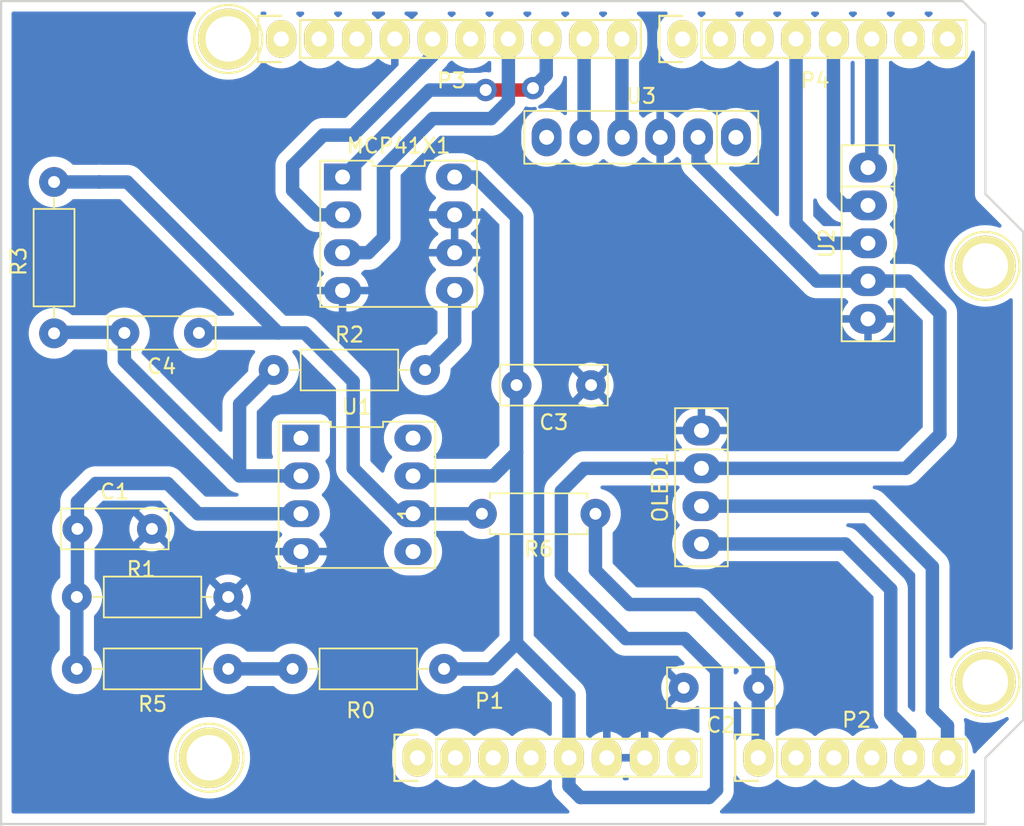
<source format=kicad_pcb>
(kicad_pcb (version 20211014) (generator pcbnew)
  (title_block (date "lun. 30 mars 2015"))
  (layers (0 "F.Cu" signal) (31 "B.Cu" signal) (34 "B.Paste" user) (35 "F.Paste" user) (36 "B.SilkS" user "B.Silkscreen") (37 "F.SilkS" user "F.Silkscreen") (38 "B.Mask" user) (39 "F.Mask" user) (44 "Edge.Cuts" user))
  (net 0 "")
  (net 1 "/IOREF")
  (net 2 "/Reset")
  (net 3 "+5V")
  (net 4 "/Vin")
  (net 5 "ADC")
  (net 6 "/A1")
  (net 7 "/A2")
  (net 8 "/A3")
  (net 9 "/AREF")
  (net 10 "SDA")
  (net 11 "SCK")
  (net 12 "TX")
  (net 13 "RX")
  (net 14 "CLK")
  (net 15 "R0W")
  (net 16 "RX_dig")
  (net 18 "DATA")
  (net 19 "SWITCH")
  (net 23 "+3V3")
  (net 24 "SCK_MCP")
  (net 26 "IN+")
  (net 27 "Net-(C4-Pad1)")
  (net 28 "IN-")
  (net 29 "Net-(R0-Pad2)")
  (net 35 "TX_dig")
  (net 36 "R0A")
  (net 37 "/1(Tx)")
  (net 38 "/0(Rx)")
  (net 39 "/5(**)")
  (net 40 "/12(MISO)")
  (net 41 "/7")
  (net 42 "/6(**)")
  (footprint "Socket_Arduino_Uno:Socket_Strip_Arduino_1x08" (layer "F.Cu") (at 138.938 123.825)
    (fp_text reference "P1" (at 4.826 -3.81) (layer "F.SilkS"))
    (fp_text value "Power")
    (fp_line (start 19.05 1.27) (end 19.05 -1.27) (layer "F.SilkS") (width 0.15))
    (fp_line (start 1.27 1.27) (end 19.05 1.27) (layer "F.SilkS") (width 0.15))
    (fp_line (start 19.05 -1.27) (end 1.27 -1.27) (layer "F.SilkS") (width 0.15))
    (fp_line (start 0 -1.55) (end -1.55 -1.55) (layer "F.SilkS") (width 0.15))
    (fp_line (start -1.55 -1.55) (end -1.55 1.55) (layer "F.SilkS") (width 0.15))
    (fp_line (start -1.55 1.55) (end 0 1.55) (layer "F.SilkS") (width 0.15))
    (fp_line (start 1.27 1.27) (end 1.27 -1.27) (layer "F.SilkS") (width 0.15))
    (pad "1" thru_hole oval locked (at 0 0) (size 2 2.54) (drill 1.016) (layers *.Cu *.Mask "F.SilkS"))
    (pad "2" thru_hole oval locked (at 2.54 0) (size 2 2.54) (drill 1.016) (layers *.Cu *.Mask "F.SilkS") (net 1 "/IOREF"))
    (pad "3" thru_hole oval locked (at 5.08 0) (size 2 2.54) (drill 1.016) (layers *.Cu *.Mask "F.SilkS") (net 2 "/Reset"))
    (pad "4" thru_hole oval locked (at 7.62 0) (size 2 2.54) (drill 1.016) (layers *.Cu *.Mask "F.SilkS") (net 23 "+3V3"))
    (pad "5" thru_hole oval locked (at 10.16 0) (size 2 2.54) (drill 1.016) (layers *.Cu *.Mask "F.SilkS") (net 3 "+5V"))
    (pad "6" thru_hole oval locked (at 12.7 0) (size 2 2.54) (drill 1.016) (layers *.Cu *.Mask "F.SilkS") (net 15 "R0W"))
    (pad "7" thru_hole oval locked (at 15.24 0) (size 2 2.54) (drill 1.016) (layers *.Cu *.Mask "F.SilkS") (net 15 "R0W"))
    (pad "8" thru_hole oval locked (at 17.78 0) (size 2 2.54) (drill 1.016) (layers *.Cu *.Mask "F.SilkS") (net 4 "/Vin"))
  )
  (footprint "Socket_Arduino_Uno:Socket_Strip_Arduino_1x06" (layer "F.Cu") (at 161.798 123.825)
    (fp_text reference "P2" (at 6.604 -2.54) (layer "F.SilkS"))
    (fp_text value "Analog")
    (fp_line (start 1.27 1.27) (end 1.27 -1.27) (layer "F.SilkS") (width 0.15))
    (fp_line (start 0 -1.55) (end -1.55 -1.55) (layer "F.SilkS") (width 0.15))
    (fp_line (start 13.97 -1.27) (end 1.27 -1.27) (layer "F.SilkS") (width 0.15))
    (fp_line (start 1.27 1.27) (end 13.97 1.27) (layer "F.SilkS") (width 0.15))
    (fp_line (start 13.97 1.27) (end 13.97 -1.27) (layer "F.SilkS") (width 0.15))
    (fp_line (start -1.55 -1.55) (end -1.55 1.55) (layer "F.SilkS") (width 0.15))
    (fp_line (start -1.55 1.55) (end 0 1.55) (layer "F.SilkS") (width 0.15))
    (pad "1" thru_hole oval locked (at 0 0) (size 2 2.54) (drill 1.016) (layers *.Cu *.Mask "F.SilkS") (net 5 "ADC"))
    (pad "2" thru_hole oval locked (at 2.54 0) (size 2 2.54) (drill 1.016) (layers *.Cu *.Mask "F.SilkS") (net 6 "/A1"))
    (pad "3" thru_hole oval locked (at 5.08 0) (size 2 2.54) (drill 1.016) (layers *.Cu *.Mask "F.SilkS") (net 7 "/A2"))
    (pad "4" thru_hole oval locked (at 7.62 0) (size 2 2.54) (drill 1.016) (layers *.Cu *.Mask "F.SilkS") (net 8 "/A3"))
    (pad "5" thru_hole oval locked (at 10.16 0) (size 2 2.54) (drill 1.016) (layers *.Cu *.Mask "F.SilkS") (net 10 "SDA"))
    (pad "6" thru_hole oval locked (at 12.7 0) (size 2 2.54) (drill 1.016) (layers *.Cu *.Mask "F.SilkS") (net 11 "SCK"))
  )
  (footprint "Socket_Arduino_Uno:Socket_Strip_Arduino_1x10" (layer "F.Cu") (at 129.794 75.565)
    (fp_text reference "P3" (at 11.43 2.794) (layer "F.SilkS"))
    (fp_text value "Digital")
    (fp_line (start -1.55 -1.55) (end -1.55 1.55) (layer "F.SilkS") (width 0.15))
    (fp_line (start 1.27 1.27) (end 24.13 1.27) (layer "F.SilkS") (width 0.15))
    (fp_line (start 24.13 1.27) (end 24.13 -1.27) (layer "F.SilkS") (width 0.15))
    (fp_line (start 24.13 -1.27) (end 1.27 -1.27) (layer "F.SilkS") (width 0.15))
    (fp_line (start 0 -1.55) (end -1.55 -1.55) (layer "F.SilkS") (width 0.15))
    (fp_line (start -1.55 1.55) (end 0 1.55) (layer "F.SilkS") (width 0.15))
    (fp_line (start 1.27 1.27) (end 1.27 -1.27) (layer "F.SilkS") (width 0.15))
    (pad "1" thru_hole oval locked (at 0 0) (size 2 2.54) (drill 1.016) (layers *.Cu *.Mask "F.SilkS") (net 11 "SCK"))
    (pad "2" thru_hole oval locked (at 2.54 0) (size 2 2.54) (drill 1.016) (layers *.Cu *.Mask "F.SilkS") (net 10 "SDA"))
    (pad "3" thru_hole oval locked (at 5.08 0) (size 2 2.54) (drill 1.016) (layers *.Cu *.Mask "F.SilkS") (net 9 "/AREF"))
    (pad "4" thru_hole oval locked (at 7.62 0) (size 2 2.54) (drill 1.016) (layers *.Cu *.Mask "F.SilkS") (net 15 "R0W"))
    (pad "5" thru_hole oval locked (at 10.16 0) (size 2 2.54) (drill 1.016) (layers *.Cu *.Mask "F.SilkS") (net 24 "SCK_MCP"))
    (pad "6" thru_hole oval locked (at 12.7 0) (size 2 2.54) (drill 1.016) (layers *.Cu *.Mask "F.SilkS") (net 40 "/12(MISO)"))
    (pad "7" thru_hole oval locked (at 15.24 0) (size 2 2.54) (drill 1.016) (layers *.Cu *.Mask "F.SilkS") (net 35 "TX_dig"))
    (pad "8" thru_hole oval locked (at 17.78 0) (size 2 2.54) (drill 1.016) (layers *.Cu *.Mask "F.SilkS") (net 16 "RX_dig"))
    (pad "9" thru_hole oval locked (at 20.32 0) (size 2 2.54) (drill 1.016) (layers *.Cu *.Mask "F.SilkS") (net 12 "TX"))
    (pad "10" thru_hole oval locked (at 22.86 0) (size 2 2.54) (drill 1.016) (layers *.Cu *.Mask "F.SilkS") (net 13 "RX"))
  )
  (footprint "Socket_Arduino_Uno:Socket_Strip_Arduino_1x08" (layer "F.Cu") (at 156.718 75.565)
    (fp_text reference "P4" (at 8.89 2.794) (layer "F.SilkS"))
    (fp_text value "Digital")
    (fp_line (start 19.05 -1.27) (end 1.27 -1.27) (layer "F.SilkS") (width 0.15))
    (fp_line (start -1.55 1.55) (end 0 1.55) (layer "F.SilkS") (width 0.15))
    (fp_line (start 1.27 1.27) (end 19.05 1.27) (layer "F.SilkS") (width 0.15))
    (fp_line (start 1.27 1.27) (end 1.27 -1.27) (layer "F.SilkS") (width 0.15))
    (fp_line (start 0 -1.55) (end -1.55 -1.55) (layer "F.SilkS") (width 0.15))
    (fp_line (start 19.05 1.27) (end 19.05 -1.27) (layer "F.SilkS") (width 0.15))
    (fp_line (start -1.55 -1.55) (end -1.55 1.55) (layer "F.SilkS") (width 0.15))
    (pad "1" thru_hole oval locked (at 0 0) (size 2 2.54) (drill 1.016) (layers *.Cu *.Mask "F.SilkS") (net 41 "/7"))
    (pad "2" thru_hole oval locked (at 2.54 0) (size 2 2.54) (drill 1.016) (layers *.Cu *.Mask "F.SilkS") (net 42 "/6(**)"))
    (pad "3" thru_hole oval locked (at 5.08 0) (size 2 2.54) (drill 1.016) (layers *.Cu *.Mask "F.SilkS") (net 39 "/5(**)"))
    (pad "4" thru_hole oval locked (at 7.62 0) (size 2 2.54) (drill 1.016) (layers *.Cu *.Mask "F.SilkS") (net 19 "SWITCH"))
    (pad "5" thru_hole oval locked (at 10.16 0) (size 2 2.54) (drill 1.016) (layers *.Cu *.Mask "F.SilkS") (net 18 "DATA"))
    (pad "6" thru_hole oval locked (at 12.7 0) (size 2 2.54) (drill 1.016) (layers *.Cu *.Mask "F.SilkS") (net 14 "CLK"))
    (pad "7" thru_hole oval locked (at 15.24 0) (size 2 2.54) (drill 1.016) (layers *.Cu *.Mask "F.SilkS") (net 37 "/1(Tx)"))
    (pad "8" thru_hole oval locked (at 17.78 0) (size 2 2.54) (drill 1.016) (layers *.Cu *.Mask "F.SilkS") (net 38 "/0(Rx)"))
  )
  (footprint "Socket_Arduino_Uno:Arduino_1pin" (layer "F.Cu") (at 124.968 123.825)
    (fp_text reference "P5" hide)
    (fp_text value "CONN_01X01" hide)
    (fp_circle (center 0 0) (end 0 -2.286) (layer "F.SilkS") (width 0.15) (fill none))
    (pad "1" thru_hole circle locked (at 0 0) (size 4.064 4.064) (drill 3.048) (layers *.Cu *.Mask "F.SilkS"))
  )
  (footprint "Socket_Arduino_Uno:Arduino_1pin" (layer "F.Cu") (at 177.038 118.745)
    (fp_text reference "P6" hide)
    (fp_text value "CONN_01X01" hide)
    (fp_circle (center 0 0) (end 0 -2.286) (layer "F.SilkS") (width 0.15) (fill none))
    (pad "1" thru_hole circle locked (at 0 0) (size 4.064 4.064) (drill 3.048) (layers *.Cu *.Mask "F.SilkS"))
  )
  (footprint "Socket_Arduino_Uno:Arduino_1pin" (layer "F.Cu") (at 126.238 75.565)
    (fp_text reference "P7" hide)
    (fp_text value "CONN_01X01" hide)
    (fp_circle (center 0 0) (end 0 -2.286) (layer "F.SilkS") (width 0.15) (fill none))
    (pad "1" thru_hole circle locked (at 0 0) (size 4.064 4.064) (drill 3.048) (layers *.Cu *.Mask "F.SilkS"))
  )
  (footprint "Socket_Arduino_Uno:Arduino_1pin" (layer "F.Cu") (at 177.038 90.805)
    (fp_text reference "P8" hide)
    (fp_text value "CONN_01X01" hide)
    (fp_circle (center 0 0) (end 0 -2.286) (layer "F.SilkS") (width 0.15) (fill none))
    (pad "1" thru_hole circle locked (at 0 0) (size 4.064 4.064) (drill 3.048) (layers *.Cu *.Mask "F.SilkS"))
  )
  (footprint "Capacitor_THT:C_Disc_D7.0mm_W2.5mm_P5.00mm" (layer "F.Cu") (at 150.582 98.806 180)
    (fp_text reference "C3" (at 2.5 -2.5) (layer "F.SilkS"))
    (fp_text value "100n")
    (fp_line (start -1.12 -1.37) (end 6.12 -1.37) (layer "F.SilkS") (width 0.12))
    (fp_line (start -1.12 -1.37) (end -1.12 1.37) (layer "F.SilkS") (width 0.12))
    (fp_line (start -1.12 1.37) (end 6.12 1.37) (layer "F.SilkS") (width 0.12))
    (fp_line (start 6.12 -1.37) (end 6.12 1.37) (layer "F.SilkS") (width 0.12))
    (pad "1" thru_hole circle (at 0 0 180) (size 2 2) (drill 0.8) (layers *.Cu *.Mask) (net 15 "R0W"))
    (pad "2" thru_hole circle (at 5 0 180) (size 2 2) (drill 0.8) (layers *.Cu *.Mask) (net 3 "+5V"))
  )
  (footprint "Capacitor_THT:C_Rect_L7.0mm_W2.0mm_P5.00mm" (layer "F.Cu") (at 124.27 95.3 180)
    (fp_text reference "C4" (at 2.5 -2.25) (layer "F.SilkS"))
    (fp_text value "1u")
    (fp_line (start 6.12 -1.12) (end 6.12 1.12) (layer "F.SilkS") (width 0.12))
    (fp_line (start -1.12 -1.12) (end -1.12 1.12) (layer "F.SilkS") (width 0.12))
    (fp_line (start -1.12 1.12) (end 6.12 1.12) (layer "F.SilkS") (width 0.12))
    (fp_line (start -1.12 -1.12) (end 6.12 -1.12) (layer "F.SilkS") (width 0.12))
    (pad "1" thru_hole circle (at 0 0 180) (size 2 2) (drill 0.8) (layers *.Cu *.Mask) (net 27 "Net-(C4-Pad1)"))
    (pad "2" thru_hole circle (at 5 0 180) (size 2 2) (drill 0.8) (layers *.Cu *.Mask) (net 28 "IN-"))
  )
  (footprint "Resistor_THT:R_Axial_DIN0207_L6.3mm_D2.5mm_P7.62mm_Horizontal" (layer "F.Cu") (at 150.876 107.442 180)
    (fp_text reference "R6" (at 3.81 -2.37) (layer "F.SilkS"))
    (fp_text value "1k")
    (fp_line (start 7.08 -1.37) (end 7.08 -1.04) (layer "F.SilkS") (width 0.12))
    (fp_line (start 0.54 1.37) (end 7.08 1.37) (layer "F.SilkS") (width 0.12))
    (fp_line (start 7.08 1.37) (end 7.08 1.04) (layer "F.SilkS") (width 0.12))
    (fp_line (start 0.54 -1.04) (end 0.54 -1.37) (layer "F.SilkS") (width 0.12))
    (fp_line (start 0.54 -1.37) (end 7.08 -1.37) (layer "F.SilkS") (width 0.12))
    (fp_line (start 0.54 1.04) (end 0.54 1.37) (layer "F.SilkS") (width 0.12))
    (pad "1" thru_hole circle (at 0 0 180) (size 2 2) (drill 0.8) (layers *.Cu *.Mask) (net 5 "ADC"))
    (pad "2" thru_hole circle (at 7.62 0 180) (size 2 2) (drill 0.8) (layers *.Cu *.Mask) (net 27 "Net-(C4-Pad1)"))
  )
  (footprint "Library_Projet_Graphite:OLED_0.91" (layer "F.Cu") (at 157.988 105.664 -90)
    (fp_text reference "OLED1" (at 0 2.77 90) (layer "F.SilkS"))
    (fp_text value "OLED_0.91")
    (fp_line (start 5.31 1.77) (end -5.31 1.77) (layer "F.SilkS") (width 0.12))
    (fp_line (start 5.31 -1.77) (end 5.31 1.77) (layer "F.SilkS") (width 0.12))
    (fp_line (start -5.31 -1.77) (end 5.31 -1.77) (layer "F.SilkS") (width 0.12))
    (fp_line (start -5.31 1.77) (end -5.31 -1.77) (layer "F.SilkS") (width 0.12))
    (fp_line (start -2.54 -1.77) (end -2.54 1.77) (layer "F.SilkS") (width 0.12))
    (pad "1" thru_hole oval (at -3.81 0 270) (size 2 2.54) (drill 1) (layers *.Cu *.Mask) (net 15 "R0W"))
    (pad "2" thru_hole oval (at -1.27 0 270) (size 2 2.54) (drill 1) (layers *.Cu *.Mask) (net 3 "+5V"))
    (pad "3" thru_hole oval (at 1.27 0 270) (size 2 2.54) (drill 1) (layers *.Cu *.Mask) (net 11 "SCK"))
    (pad "4" thru_hole oval (at 3.81 0 270) (size 2 2.54) (drill 1) (layers *.Cu *.Mask) (net 10 "SDA"))
  )
  (footprint "Library_Projet_Graphite:BT_HC05" (layer "F.Cu") (at 153.95 82.17 180)
    (fp_text reference "U3" (at 0 2.77) (layer "F.SilkS"))
    (fp_text value "BT_HC-05")
    (fp_line (start 7.85 1.77) (end -7.85 1.77) (layer "F.SilkS") (width 0.12))
    (fp_line (start -5.08 -1.77) (end -5.08 1.77) (layer "F.SilkS") (width 0.12))
    (fp_line (start -7.85 -1.77) (end 7.85 -1.77) (layer "F.SilkS") (width 0.12))
    (fp_line (start -7.85 1.77) (end -7.85 -1.77) (layer "F.SilkS") (width 0.12))
    (fp_line (start 7.85 -1.77) (end 7.85 1.77) (layer "F.SilkS") (width 0.12))
    (pad "1" thru_hole oval (at -6.35 0 180) (size 2 2.54) (drill 1) (layers *.Cu *.Mask))
    (pad "2" thru_hole oval (at -3.81 0 180) (size 2 2.54) (drill 1) (layers *.Cu *.Mask) (net 3 "+5V"))
    (pad "3" thru_hole oval (at -1.27 0 180) (size 2 2.54) (drill 1) (layers *.Cu *.Mask) (net 15 "R0W"))
    (pad "4" thru_hole oval (at 1.27 0 180) (size 2 2.54) (drill 1) (layers *.Cu *.Mask) (net 13 "RX"))
    (pad "5" thru_hole oval (at 3.81 0 180) (size 2 2.54) (drill 1) (layers *.Cu *.Mask) (net 12 "TX"))
    (pad "6" thru_hole oval (at 6.35 0 180) (size 2 2.54) (drill 1) (layers *.Cu *.Mask))
  )
  (footprint "Library_Projet_Graphite:KY_040" (layer "F.Cu") (at 169.164 89.281 -90)
    (fp_text reference "U2" (at 0 2.77 90) (layer "F.SilkS"))
    (fp_text value "KY-040")
    (fp_line (start 6.58 -1.77) (end 6.58 1.77) (layer "F.SilkS") (width 0.12))
    (fp_line (start 6.58 1.77) (end -6.58 1.77) (layer "F.SilkS") (width 0.12))
    (fp_line (start -6.58 1.77) (end -6.58 -1.77) (layer "F.SilkS") (width 0.12))
    (fp_line (start -3.81 -1.77) (end -3.81 1.77) (layer "F.SilkS") (width 0.12))
    (fp_line (start -6.58 -1.77) (end 6.58 -1.77) (layer "F.SilkS") (width 0.12))
    (pad "1" thru_hole oval (at -5.08 0 270) (size 2 2.54) (drill 1) (layers *.Cu *.Mask) (net 14 "CLK"))
    (pad "2" thru_hole oval (at -2.54 0 270) (size 2 2.54) (drill 1) (layers *.Cu *.Mask) (net 18 "DATA"))
    (pad "3" thru_hole oval (at 0 0 270) (size 2 2.54) (drill 1) (layers *.Cu *.Mask) (net 19 "SWITCH"))
    (pad "4" thru_hole oval (at 2.54 0 270) (size 2 2.54) (drill 1) (layers *.Cu *.Mask) (net 3 "+5V"))
    (pad "5" thru_hole oval (at 5.08 0 270) (size 2 2.54) (drill 1) (layers *.Cu *.Mask) (net 15 "R0W"))
  )
  (footprint "Capacitor_THT:C_Disc_D7.0mm_W2.5mm_P5.00mm" (layer "F.Cu") (at 116.118 108.458)
    (fp_text reference "C1" (at 2.5 -2.5) (layer "F.SilkS"))
    (fp_text value "100n")
    (fp_line (start 6.12 -1.37) (end 6.12 1.37) (layer "F.SilkS") (width 0.12))
    (fp_line (start -1.12 -1.37) (end 6.12 -1.37) (layer "F.SilkS") (width 0.12))
    (fp_line (start -1.12 1.37) (end 6.12 1.37) (layer "F.SilkS") (width 0.12))
    (fp_line (start -1.12 -1.37) (end -1.12 1.37) (layer "F.SilkS") (width 0.12))
    (pad "1" thru_hole circle (at 0 0) (size 2 2) (drill 0.8) (layers *.Cu *.Mask) (net 26 "IN+"))
    (pad "2" thru_hole circle (at 5 0) (size 2 2) (drill 0.8) (layers *.Cu *.Mask) (net 15 "R0W"))
  )
  (footprint "Capacitor_THT:C_Disc_D7.0mm_W2.5mm_P5.00mm" (layer "F.Cu") (at 161.798 119.126 180)
    (fp_text reference "C2" (at 2.5 -2.5 180) (layer "F.SilkS"))
    (fp_text value "100n")
    (fp_line (start -1.12 -1.37) (end -1.12 1.37) (layer "F.SilkS") (width 0.12))
    (fp_line (start -1.12 -1.37) (end 6.12 -1.37) (layer "F.SilkS") (width 0.12))
    (fp_line (start -1.12 1.37) (end 6.12 1.37) (layer "F.SilkS") (width 0.12))
    (fp_line (start 6.12 -1.37) (end 6.12 1.37) (layer "F.SilkS") (width 0.12))
    (pad "1" thru_hole circle (at 0 0 180) (size 2 2) (drill 0.8) (layers *.Cu *.Mask) (net 5 "ADC"))
    (pad "2" thru_hole circle (at 5 0 180) (size 2 2) (drill 0.8) (layers *.Cu *.Mask) (net 15 "R0W"))
  )
  (footprint "Library_Projet_Graphite:MCP41050" (layer "F.Cu") (at 137.668 88.646 -90)
    (fp_text reference "MCP41X1" (at -5.91 0) (layer "F.SilkS"))
    (fp_text value "MCP41X1")
    (fp_line (start -4.91 5.26) (end 4.91 5.26) (layer "F.SilkS") (width 0.12))
    (fp_line (start -4.55 -1.753333) (end -4.55 1.753333) (layer "F.SilkS") (width 0.12))
    (fp_line (start -4.91 -5.26) (end -4.91 -1.753333) (layer "F.SilkS") (width 0.12))
    (fp_line (start 4.91 -5.26) (end -4.91 -5.26) (layer "F.SilkS") (width 0.12))
    (fp_line (start -4.91 -1.753333) (end -4.55 -1.753333) (layer "F.SilkS") (width 0.12))
    (fp_line (start 4.91 5.26) (end 4.91 -5.26) (layer "F.SilkS") (width 0.12))
    (fp_line (start -4.55 1.753333) (end -4.91 1.753333) (layer "F.SilkS") (width 0.12))
    (fp_line (start -4.91 1.753333) (end -4.91 5.26) (layer "F.SilkS") (width 0.12))
    (pad "1" thru_hole rect (at -3.81 3.76 270) (size 1.8 2.5) (drill 1) (layers *.Cu *.Mask) (net 16 "RX_dig"))
    (pad "2" thru_hole oval (at -1.27 3.76 270) (size 1.8 2.5) (drill 1) (layers *.Cu *.Mask) (net 24 "SCK_MCP"))
    (pad "3" thru_hole oval (at 1.27 3.76 270) (size 1.8 2.5) (drill 1) (layers *.Cu *.Mask) (net 35 "TX_dig"))
    (pad "4" thru_hole oval (at 3.81 3.76 270) (size 1.8 2.5) (drill 1) (layers *.Cu *.Mask) (net 15 "R0W"))
    (pad "5" thru_hole oval (at 3.81 -3.76 270) (size 1.8 2.5) (drill 1) (layers *.Cu *.Mask) (net 36 "R0A"))
    (pad "6" thru_hole oval (at 1.27 -3.76 270) (size 1.8 2.5) (drill 1) (layers *.Cu *.Mask) (net 15 "R0W"))
    (pad "7" thru_hole oval (at -1.27 -3.76 270) (size 1.8 2.5) (drill 1) (layers *.Cu *.Mask) (net 15 "R0W"))
    (pad "8" thru_hole oval (at -3.81 -3.76 270) (size 1.8 2.5) (drill 1) (layers *.Cu *.Mask) (net 3 "+5V"))
  )
  (footprint "Resistor_THT:R_Axial_DIN0207_L6.3mm_D2.5mm_P10.16mm_Horizontal" (layer "F.Cu") (at 126.238 117.856 180)
    (fp_text reference "R5" (at 5.08 -2.37) (layer "F.SilkS"))
    (fp_text value "10k")
    (fp_line (start 9.12 0) (end 8.35 0) (layer "F.SilkS") (width 0.12))
    (fp_line (start 8.35 1.37) (end 8.35 -1.37) (layer "F.SilkS") (width 0.12))
    (fp_line (start 8.35 -1.37) (end 1.81 -1.37) (layer "F.SilkS") (width 0.12))
    (fp_line (start 1.04 0) (end 1.81 0) (layer "F.SilkS") (width 0.12))
    (fp_line (start 1.81 -1.37) (end 1.81 1.37) (layer "F.SilkS") (width 0.12))
    (fp_line (start 1.81 1.37) (end 8.35 1.37) (layer "F.SilkS") (width 0.12))
    (pad "1" thru_hole circle (at 0 0 180) (size 2 2) (drill 0.8) (layers *.Cu *.Mask) (net 29 "Net-(R0-Pad2)"))
    (pad "2" thru_hole circle (at 10.16 0 180) (size 2 2) (drill 0.8) (layers *.Cu *.Mask) (net 26 "IN+"))
  )
  (footprint "Resistor_THT:R_Axial_DIN0207_L6.3mm_D2.5mm_P10.16mm_Horizontal" (layer "F.Cu") (at 116.078 113.03)
    (fp_text reference "R1" (at 4.318 -1.862) (layer "F.SilkS"))
    (fp_text value "100k")
    (fp_line (start 1.04 0) (end 1.81 0) (layer "F.SilkS") (width 0.12))
    (fp_line (start 1.81 -1.37) (end 1.81 1.37) (layer "F.SilkS") (width 0.12))
    (fp_line (start 8.35 1.37) (end 8.35 -1.37) (layer "F.SilkS") (width 0.12))
    (fp_line (start 9.12 0) (end 8.35 0) (layer "F.SilkS") (width 0.12))
    (fp_line (start 1.81 1.37) (end 8.35 1.37) (layer "F.SilkS") (width 0.12))
    (fp_line (start 8.35 -1.37) (end 1.81 -1.37) (layer "F.SilkS") (width 0.12))
    (pad "1" thru_hole circle (at 0 0) (size 2 2) (drill 0.8) (layers *.Cu *.Mask) (net 26 "IN+"))
    (pad "2" thru_hole circle (at 10.16 0) (size 2 2) (drill 0.8) (layers *.Cu *.Mask) (net 15 "R0W"))
  )
  (footprint "Resistor_THT:R_Axial_DIN0207_L6.3mm_D2.5mm_P10.16mm_Horizontal" (layer "F.Cu") (at 129.286 97.79)
    (fp_text reference "R2" (at 5.08 -2.37) (layer "F.SilkS"))
    (fp_text value "500")
    (fp_line (start 1.04 0) (end 1.81 0) (layer "F.SilkS") (width 0.12))
    (fp_line (start 8.35 -1.37) (end 1.81 -1.37) (layer "F.SilkS") (width 0.12))
    (fp_line (start 9.12 0) (end 8.35 0) (layer "F.SilkS") (width 0.12))
    (fp_line (start 1.81 -1.37) (end 1.81 1.37) (layer "F.SilkS") (width 0.12))
    (fp_line (start 1.81 1.37) (end 8.35 1.37) (layer "F.SilkS") (width 0.12))
    (fp_line (start 8.35 1.37) (end 8.35 -1.37) (layer "F.SilkS") (width 0.12))
    (pad "1" thru_hole circle (at 0 0) (size 2 2) (drill 0.8) (layers *.Cu *.Mask) (net 28 "IN-"))
    (pad "2" thru_hole circle (at 10.16 0) (size 2 2) (drill 0.8) (layers *.Cu *.Mask) (net 36 "R0A"))
  )
  (footprint "Resistor_THT:R_Axial_DIN0207_L6.3mm_D2.5mm_P10.16mm_Horizontal" (layer "F.Cu") (at 140.716 117.856 180)
    (fp_text reference "R0" (at 5.588 -2.794) (layer "F.SilkS"))
    (fp_text value "Rsensor")
    (fp_line (start 8.35 -1.37) (end 1.81 -1.37) (layer "F.SilkS") (width 0.12))
    (fp_line (start 1.04 0) (end 1.81 0) (layer "F.SilkS") (width 0.12))
    (fp_line (start 9.12 0) (end 8.35 0) (layer "F.SilkS") (width 0.12))
    (fp_line (start 1.81 1.37) (end 8.35 1.37) (layer "F.SilkS") (width 0.12))
    (fp_line (start 8.35 1.37) (end 8.35 -1.37) (layer "F.SilkS") (width 0.12))
    (fp_line (start 1.81 -1.37) (end 1.81 1.37) (layer "F.SilkS") (width 0.12))
    (pad "1" thru_hole circle (at 0 0 180) (size 2 2) (drill 0.8) (layers *.Cu *.Mask) (net 3 "+5V"))
    (pad "2" thru_hole circle (at 10.16 0 180) (size 2 2) (drill 0.8) (layers *.Cu *.Mask) (net 29 "Net-(R0-Pad2)"))
  )
  (footprint "Resistor_THT:R_Axial_DIN0207_L6.3mm_D2.5mm_P10.16mm_Horizontal" (layer "F.Cu") (at 114.55 95.327459 90)
    (fp_text reference "R3" (at 4.826 -2.37 90) (layer "F.SilkS"))
    (fp_text value "100k")
    (fp_line (start 1.81 1.37) (end 8.35 1.37) (layer "F.SilkS") (width 0.12))
    (fp_line (start 1.81 -1.37) (end 1.81 1.37) (layer "F.SilkS") (width 0.12))
    (fp_line (start 9.12 0) (end 8.35 0) (layer "F.SilkS") (width 0.12))
    (fp_line (start 1.04 0) (end 1.81 0) (layer "F.SilkS") (width 0.12))
    (fp_line (start 8.35 -1.37) (end 1.81 -1.37) (layer "F.SilkS") (width 0.12))
    (fp_line (start 8.35 1.37) (end 8.35 -1.37) (layer "F.SilkS") (width 0.12))
    (pad "1" thru_hole circle (at 0 0 90) (size 2 2) (drill 0.8) (layers *.Cu *.Mask) (net 28 "IN-"))
    (pad "2" thru_hole oval (at 10.16 0 90) (size 2 2) (drill 0.8) (layers *.Cu *.Mask) (net 27 "Net-(C4-Pad1)"))
  )
  (footprint "Library_Projet_Graphite:LTC1050C" (layer "F.Cu") (at 134.874 106.172 -90)
    (fp_text reference "U1" (at -5.91 0) (layer "F.SilkS"))
    (fp_text value "LTC1050")
    (fp_line (start -4.91 1.753333) (end -4.91 5.26) (layer "F.SilkS") (width 0.12))
    (fp_line (start -4.91 5.26) (end 4.91 5.26) (layer "F.SilkS") (width 0.12))
    (fp_line (start 4.91 -5.26) (end -4.91 -5.26) (layer "F.SilkS") (width 0.12))
    (fp_line (start -4.91 -5.26) (end -4.91 -1.753333) (layer "F.SilkS") (width 0.12))
    (fp_line (start -4.91 -1.753333) (end -4.55 -1.753333) (layer "F.SilkS") (width 0.12))
    (fp_line (start 4.91 5.26) (end 4.91 -5.26) (layer "F.SilkS") (width 0.12))
    (fp_line (start -4.55 -1.753333) (end -4.55 1.753333) (layer "F.SilkS") (width 0.12))
    (fp_line (start -4.55 1.753333) (end -4.91 1.753333) (layer "F.SilkS") (width 0.12))
    (pad "1" thru_hole rect (at -3.81 3.76 270) (size 1.8 2.5) (drill 1) (layers *.Cu *.Mask))
    (pad "2" thru_hole oval (at -1.27 3.76 270) (size 1.8 2.5) (drill 1) (layers *.Cu *.Mask) (net 28 "IN-"))
    (pad "3" thru_hole oval (at 1.27 3.76 270) (size 1.8 2.5) (drill 1) (layers *.Cu *.Mask) (net 26 "IN+"))
    (pad "4" thru_hole oval (at 3.81 3.76 270) (size 1.8 2.5) (drill 1) (layers *.Cu *.Mask) (net 15 "R0W"))
    (pad "5" thru_hole oval (at 3.81 -3.76 270) (size 1.8 2.5) (drill 1) (layers *.Cu *.Mask))
    (pad "6" thru_hole oval (at 1.27 -3.76 270) (size 1.8 2.5) (drill 1) (layers *.Cu *.Mask) (net 27 "Net-(C4-Pad1)"))
    (pad "7" thru_hole oval (at -1.27 -3.76 270) (size 1.8 2.5) (drill 1) (layers *.Cu *.Mask) (net 3 "+5V"))
    (pad "8" thru_hole oval (at -3.81 -3.76 270) (size 1.8 2.5) (drill 1) (layers *.Cu *.Mask))
  )
  (gr_line (start 179.578 88.519) (end 177.038 85.979) (layer "Edge.Cuts") (width 0.15))
  (gr_line (start 177.038 128.27) (end 177.038 123.825) (layer "Edge.Cuts") (width 0.15))
  (gr_line (start 177.038 74.549) (end 175.514 73.025) (layer "Edge.Cuts") (width 0.15))
  (gr_line (start 177.038 123.825) (end 179.578 121.285) (layer "Edge.Cuts") (width 0.15))
  (gr_line (start 110.998 73.092459) (end 110.998 128.337459) (layer "Edge.Cuts") (width 0.15))
  (gr_line (start 179.578 121.285) (end 179.578 88.519) (layer "Edge.Cuts") (width 0.15))
  (gr_line (start 110.998 128.27) (end 177.038 128.27) (layer "Edge.Cuts") (width 0.15))
  (gr_line (start 175.514 73.025) (end 110.998 73.025) (layer "Edge.Cuts") (width 0.15))
  (gr_line (start 177.038 85.979) (end 177.038 74.549) (layer "Edge.Cuts") (width 0.15))
  (gr_text "1" (at 138.176 107.442 90) (layer "F.SilkS") (effects (font (size 1 1))))
  (segment (start 171.704 104.394) (end 173.99 102.108) (width 0.9) (layer "B.Cu") (net 3))
  (segment (start 150.114 104.394) (end 157.988 104.394) (width 0.9) (layer "B.Cu") (net 3))
  (segment (start 145.582 103.338) (end 145.582 116.118) (width 0.9) (layer "B.Cu") (net 3))
  (segment (start 149.098 123.825) (end 149.098 125.73) (width 0.9) (layer "B.Cu") (net 3))
  (segment (start 140.716 117.856) (end 143.844 117.856) (width 0.9) (layer "B.Cu") (net 3))
  (segment (start 171.831 91.821) (end 169.164 91.821) (width 0.9) (layer "B.Cu") (net 3))
  (segment (start 145.582 87.54) (end 142.878 84.836) (width 0.9) (layer "B.Cu") (net 3))
  (segment (start 149.098 125.73) (end 149.86 126.492) (width 0.9) (layer "B.Cu") (net 3))
  (segment (start 165.735 91.821) (end 169.164 91.821) (width 0.9) (layer "B.Cu") (net 3))
  (segment (start 173.99 93.98) (end 171.831 91.821) (width 0.9) (layer "B.Cu") (net 3))
  (segment (start 143.844 117.856) (end 145.582 116.118) (width 0.9) (layer "B.Cu") (net 3))
  (segment (start 152.908 115.824) (end 156.862447 115.824) (width 0.9) (layer "B.Cu") (net 3))
  (segment (start 150.114 104.394) (end 148.59 105.918) (width 0.9) (layer "B.Cu") (net 3))
  (segment (start 159.004 125.984) (end 159.004 117.965553) (width 0.9) (layer "B.Cu") (net 3))
  (segment (start 138.634 104.902) (end 144.018 104.902) (width 0.9) (layer "B.Cu") (net 3))
  (segment (start 147.32 117.856) (end 149.098 119.634) (width 0.9) (layer "B.Cu") (net 3))
  (segment (start 158.496 126.492) (end 159.004 125.984) (width 0.9) (layer "B.Cu") (net 3))
  (segment (start 157.988 104.394) (end 171.704 104.394) (width 0.9) (layer "B.Cu") (net 3))
  (segment (start 149.098 119.634) (end 149.098 123.825) (width 0.9) (layer "B.Cu") (net 3))
  (segment (start 142.878 84.836) (end 141.428 84.836) (width 0.9) (layer "B.Cu") (net 3))
  (segment (start 145.582 116.118) (end 147.32 117.856) (width 0.9) (layer "B.Cu") (net 3))
  (segment (start 157.76 82.17) (end 157.76 83.846) (width 0.9) (layer "B.Cu") (net 3))
  (segment (start 157.76 83.846) (end 165.735 91.821) (width 0.9) (layer "B.Cu") (net 3))
  (segment (start 173.99 102.108) (end 173.99 93.98) (width 0.9) (layer "B.Cu") (net 3))
  (segment (start 159.004 117.965553) (end 156.862447 115.824) (width 0.9) (layer "B.Cu") (net 3))
  (segment (start 145.582 98.806) (end 145.582 103.338) (width 0.9) (layer "B.Cu") (net 3))
  (segment (start 149.86 126.492) (end 158.496 126.492) (width 0.9) (layer "B.Cu") (net 3))
  (segment (start 145.582 98.806) (end 145.582 87.54) (width 0.9) (layer "B.Cu") (net 3))
  (segment (start 144.018 104.902) (end 145.582 103.338) (width 0.9) (layer "B.Cu") (net 3))
  (segment (start 148.59 105.918) (end 148.59 111.506) (width 0.9) (layer "B.Cu") (net 3))
  (segment (start 148.59 111.506) (end 152.908 115.824) (width 0.9) (layer "B.Cu") (net 3))
  (segment (start 157.734 113.538) (end 153.162 113.538) (width 0.9) (layer "B.Cu") (net 5))
  (segment (start 161.798 117.602) (end 157.734 113.538) (width 0.9) (layer "B.Cu") (net 5))
  (segment (start 161.798 123.825) (end 161.798 119.126) (width 0.9) (layer "B.Cu") (net 5))
  (segment (start 153.162 113.538) (end 150.876 111.252) (width 0.9) (layer "B.Cu") (net 5))
  (segment (start 150.876 111.252) (end 150.876 107.442) (width 0.9) (layer "B.Cu") (net 5))
  (segment (start 161.798 119.126) (end 161.798 117.602) (width 0.9) (layer "B.Cu") (net 5))
  (segment (start 170.688 112.522) (end 170.688 120.904) (width 0.9) (layer "B.Cu") (net 10))
  (segment (start 167.64 109.474) (end 170.688 112.522) (width 0.9) (layer "B.Cu") (net 10))
  (segment (start 167.64 109.474) (end 157.988 109.474) (width 0.9) (layer "B.Cu") (net 10))
  (segment (start 170.688 120.904) (end 171.958 122.174) (width 0.9) (layer "B.Cu") (net 10))
  (segment (start 171.958 122.174) (end 171.958 123.825) (width 0.9) (layer "B.Cu") (net 10))
  (segment (start 173.482 120.65) (end 173.482 110.998) (width 0.9) (layer "B.Cu") (net 11))
  (segment (start 174.498 121.666) (end 173.482 120.65) (width 0.9) (layer "B.Cu") (net 11))
  (segment (start 174.498 123.825) (end 174.498 121.666) (width 0.9) (layer "B.Cu") (net 11))
  (segment (start 169.418 106.934) (end 157.988 106.934) (width 0.9) (layer "B.Cu") (net 11))
  (segment (start 173.482 110.998) (end 169.418 106.934) (width 0.9) (layer "B.Cu") (net 11))
  (segment (start 150.114 75.565) (end 150.114 82.144) (width 0.9) (layer "B.Cu") (net 12))
  (segment (start 150.114 82.144) (end 150.14 82.17) (width 0.9) (layer "B.Cu") (net 12))
  (segment (start 152.654 82.144) (end 152.68 82.17) (width 0.9) (layer "B.Cu") (net 13))
  (segment (start 152.654 75.565) (end 152.654 82.144) (width 0.9) (layer "B.Cu") (net 13))
  (segment (start 169.418 75.565) (end 169.418 83.947) (width 0.9) (layer "B.Cu") (net 14))
  (segment (start 169.418 83.947) (end 169.164 84.201) (width 0.9) (layer "B.Cu") (net 14))
  (segment (start 143.51 78.994) (end 146.558 78.994) (width 0.9) (layer "F.Cu") (net 16))
  (segment (start 146.558 78.994) (end 146.685 78.867) (width 0.9) (layer "F.Cu") (net 16))
  (via (at 146.685 78.867) (size 1.5) (drill 0.8) (layers "F.Cu" "B.Cu") (net 16))
  (via (at 143.51 78.994) (size 1.5) (drill 0.8) (layers "F.Cu" "B.Cu") (net 16))
  (segment (start 139.75 78.994) (end 133.908 84.836) (width 0.9) (layer "B.Cu") (net 16))
  (segment (start 143.51 78.994) (end 139.75 78.994) (width 0.9) (layer "B.Cu") (net 16))
  (segment (start 146.685 78.867) (end 146.558 78.994) (width 0.9) (layer "B.Cu") (net 16))
  (segment (start 147.574 75.565) (end 147.574 77.978) (width 0.9) (layer "B.Cu") (net 16))
  (segment (start 133.908 84.836) (end 133.908 84.786) (width 0.9) (layer "B.Cu") (net 16))
  (segment (start 147.574 77.978) (end 146.685 78.867) (width 0.9) (layer "B.Cu") (net 16))
  (segment (start 167.534 86.741) (end 169.164 86.741) (width 0.9) (layer "B.Cu") (net 18))
  (segment (start 166.84448 86.05148) (end 167.534 86.741) (width 0.9) (layer "B.Cu") (net 18))
  (segment (start 166.84448 75.59852) (end 166.84448 86.05148) (width 0.9) (layer "B.Cu") (net 18))
  (segment (start 166.878 75.565) (end 166.84448 75.59852) (width 0.9) (layer "B.Cu") (net 18))
  (segment (start 165.681 89.281) (end 169.164 89.281) (width 0.9) (layer "B.Cu") (net 19))
  (segment (start 164.338 75.565) (end 164.338 87.938) (width 0.9) (layer "B.Cu") (net 19))
  (segment (start 164.338 87.938) (end 165.681 89.281) (width 0.9) (layer "B.Cu") (net 19))
  (segment (start 130.556 85.733022) (end 132.198978 87.376) (width 0.9) (layer "B.Cu") (net 24))
  (segment (start 139.954 75.565) (end 139.954 76.669359) (width 0.9) (layer "B.Cu") (net 24))
  (segment (start 132.198978 87.376) (end 133.908 87.376) (width 0.9) (layer "B.Cu") (net 24))
  (segment (start 134.600679 82.022679) (end 132.607321 82.022679) (width 0.9) (layer "B.Cu") (net 24))
  (segment (start 130.556 84.074) (end 130.556 85.733022) (width 0.9) (layer "B.Cu") (net 24))
  (segment (start 132.607321 82.022679) (end 130.556 84.074) (width 0.9) (layer "B.Cu") (net 24))
  (segment (start 139.954 76.669359) (end 134.600679 82.022679) (width 0.9) (layer "B.Cu") (net 24))
  (segment (start 116.118 106.64) (end 117.348 105.41) (width 0.9) (layer "B.Cu") (net 26))
  (segment (start 116.118 108.458) (end 116.118 106.64) (width 0.9) (layer "B.Cu") (net 26))
  (segment (start 124.206 107.442) (end 131.114 107.442) (width 0.9) (layer "B.Cu") (net 26))
  (segment (start 116.078 113.03) (end 116.078 117.856) (width 0.9) (layer "B.Cu") (net 26))
  (segment (start 116.118 108.458) (end 116.118 112.99) (width 0.9) (layer "B.Cu") (net 26))
  (segment (start 122.174 105.41) (end 124.206 107.442) (width 0.9) (layer "B.Cu") (net 26))
  (segment (start 117.348 105.41) (end 122.174 105.41) (width 0.9) (layer "B.Cu") (net 26))
  (segment (start 116.118 112.99) (end 116.078 113.03) (width 0.9) (layer "B.Cu") (net 26))
  (segment (start 131.368 95.3) (end 134.62 98.552) (width 0.9) (layer "B.Cu") (net 27))
  (segment (start 114.55 85.167459) (end 117.592 85.167459) (width 0.9) (layer "B.Cu") (net 27))
  (segment (start 134.62 98.552) (end 134.62 104.394) (width 0.9) (layer "B.Cu") (net 27))
  (segment (start 134.62 104.394) (end 137.668 107.442) (width 0.9) (layer "B.Cu") (net 27))
  (segment (start 143.256 107.442) (end 138.634 107.442) (width 0.9) (layer "B.Cu") (net 27))
  (segment (start 137.668 107.442) (end 138.634 107.442) (width 0.9) (layer "B.Cu") (net 27))
  (segment (start 119.457459 85.167459) (end 117.592 85.167459) (width 0.9) (layer "B.Cu") (net 27))
  (segment (start 129.59 95.3) (end 131.368 95.3) (width 0.9) (layer "B.Cu") (net 27))
  (segment (start 129.59 95.3) (end 119.457459 85.167459) (width 0.9) (layer "B.Cu") (net 27))
  (segment (start 117.592 85.167459) (end 117.602 85.157459) (width 0.9) (layer "B.Cu") (net 27))
  (segment (start 124.27 95.3) (end 129.59 95.3) (width 0.9) (layer "B.Cu") (net 27))
  (segment (start 127 104.902) (end 119.27 97.172) (width 0.9) (layer "B.Cu") (net 28))
  (segment (start 119.23 95.26) (end 119.27 95.3) (width 0.9) (layer "B.Cu") (net 28))
  (segment (start 129.286 97.79) (end 127 100.076) (width 0.9) (layer "B.Cu") (net 28))
  (segment (start 119.27 95.3) (end 119.27 97.172) (width 0.9) (layer "B.Cu") (net 28))
  (segment (start 131.114 104.902) (end 127 104.902) (width 0.9) (layer "B.Cu") (net 28))
  (segment (start 127 100.076) (end 127 104.902) (width 0.9) (layer "B.Cu") (net 28))
  (segment (start 114.55 95.26) (end 119.23 95.26) (width 0.9) (layer "B.Cu") (net 28))
  (segment (start 130.556 117.856) (end 126.238 117.856) (width 0.9) (layer "B.Cu") (net 29))
  (segment (start 143.879358 80.910642) (end 145.034 79.756) (width 0.9) (layer "B.Cu") (net 35))
  (segment (start 136.652 84.212642) (end 139.954 80.910642) (width 0.9) (layer "B.Cu") (net 35))
  (segment (start 145.034 79.756) (end 145.034 75.565) (width 0.9) (layer "B.Cu") (net 35))
  (segment (start 136.652 88.9) (end 136.652 84.212642) (width 0.9) (layer "B.Cu") (net 35))
  (segment (start 133.908 89.916) (end 135.636 89.916) (width 0.9) (layer "B.Cu") (net 35))
  (segment (start 135.636 89.916) (end 136.652 88.9) (width 0.9) (layer "B.Cu") (net 35))
  (segment (start 139.954 80.910642) (end 143.879358 80.910642) (width 0.9) (layer "B.Cu") (net 35))
  (segment (start 139.396 97.74) (end 139.446 97.79) (width 0.9) (layer "B.Cu") (net 36))
  (segment (start 141.428 92.456) (end 141.428 95.808) (width 0.9) (layer "B.Cu") (net 36))
  (segment (start 141.428 95.808) (end 139.446 97.79) (width 0.9) (layer "B.Cu") (net 36))
  (zone (net 15) (net_name "R0W") (layer "B.Cu") (name "GND") (priority 1) (connect_pads (clearance 0.7)) (min_thickness 0.254) (fill yes (thermal_gap 0.508) (thermal_bridge_width 0.508) (island_removal_mode 1) (island_area_min 0))
    (polygon (pts (xy 177.034796 74.667907) (xy 177.034796 86.067907) (xy 179.574796 88.637907) (xy 179.584796 121.377907) (xy 177.044796 123.927907) (xy 177.034796 127.607907) (xy 110.994796 127.607907) (xy 110.994796 73.157907) (xy 175.494796 73.127907)))
  )
)
</source>
